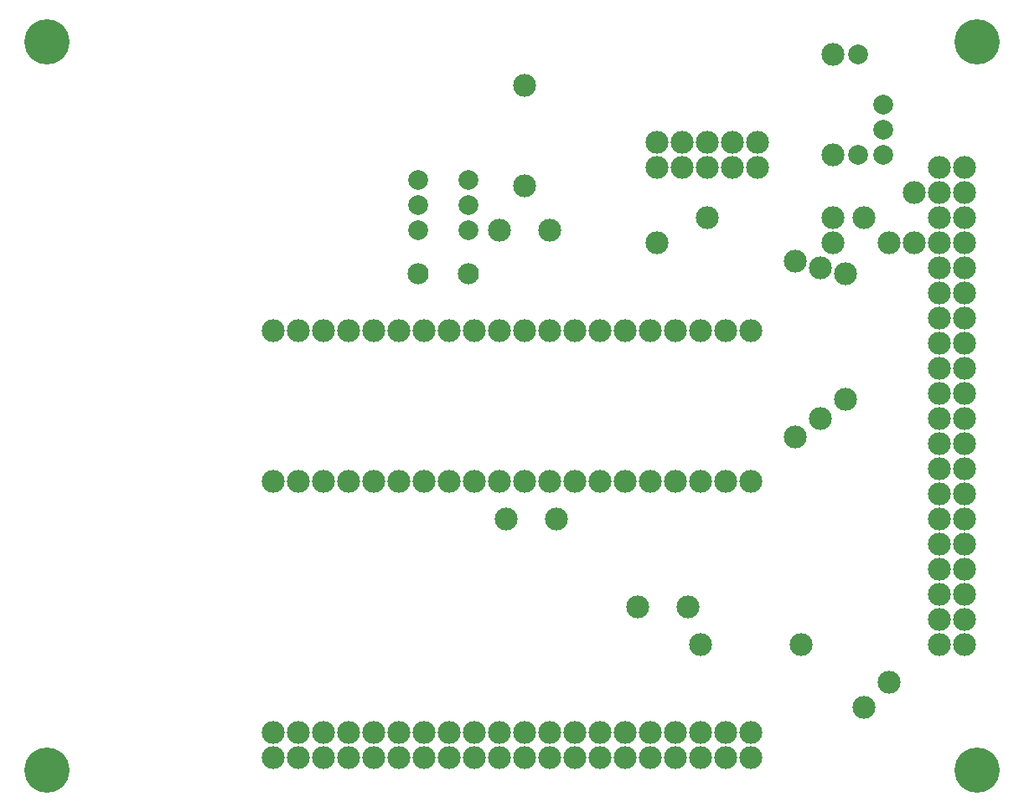
<source format=gbr>
G75*
G70*
%OFA0B0*%
%FSLAX24Y24*%
%IPPOS*%
%LPD*%
%AMOC8*
5,1,8,0,0,1.08239X$1,22.5*
%
%ADD10C,0.1800*%
%ADD11C,0.1200*%
%ADD12O,0.0384X0.0704*%
%ADD13OC8,0.0720*%
%ADD14C,0.0912*%
%ADD15OC8,0.0672*%
%ADD16OC8,0.0624*%
%ADD17C,0.0792*%
%ADD18C,0.0840*%
D10*
X001375Y004005D03*
X001375Y033005D03*
X038375Y033005D03*
X038375Y004005D03*
D11*
X001375Y004005D03*
X001375Y033005D03*
X038375Y033005D03*
X038375Y004005D03*
D12*
X029375Y015505D03*
X028375Y015505D03*
X027375Y015505D03*
X026375Y015505D03*
X025375Y015505D03*
X024375Y015505D03*
X023375Y015505D03*
X022375Y015505D03*
X021375Y015505D03*
X020375Y015505D03*
X019375Y015505D03*
X018375Y015505D03*
X017375Y015505D03*
X016375Y015505D03*
X015375Y015505D03*
X014375Y015505D03*
X013375Y015505D03*
X012375Y015505D03*
X011375Y015505D03*
X010375Y015505D03*
X010375Y021505D03*
X011375Y021505D03*
X012375Y021505D03*
X013375Y021505D03*
X014375Y021505D03*
X015375Y021505D03*
X016375Y021505D03*
X017375Y021505D03*
X018375Y021505D03*
X019375Y021505D03*
X020375Y021505D03*
X021375Y021505D03*
X022375Y021505D03*
X023375Y021505D03*
X024375Y021505D03*
X025375Y021505D03*
X026375Y021505D03*
X027375Y021505D03*
X028375Y021505D03*
X029375Y021505D03*
D13*
X036875Y022005D03*
X037875Y022005D03*
X037875Y023005D03*
X036875Y023005D03*
X036875Y024005D03*
X036875Y025005D03*
X037875Y025005D03*
X037875Y024005D03*
X037875Y026005D03*
X036875Y026005D03*
X036875Y027005D03*
X037875Y027005D03*
X037875Y028005D03*
X036875Y028005D03*
X036875Y021005D03*
X037875Y021005D03*
X037875Y020005D03*
X036875Y020005D03*
X036875Y019005D03*
X037875Y019005D03*
X037875Y018005D03*
X036875Y018005D03*
X036875Y017005D03*
X037875Y017005D03*
X037875Y016005D03*
X036875Y016005D03*
X036875Y015005D03*
X037875Y015005D03*
X037875Y014005D03*
X036875Y014005D03*
X036875Y013005D03*
X037875Y013005D03*
X037875Y012005D03*
X036875Y012005D03*
X036875Y011005D03*
X037875Y011005D03*
X037875Y010005D03*
X036875Y010005D03*
X036875Y009005D03*
X037875Y009005D03*
X029375Y005505D03*
X028375Y005505D03*
X027375Y005505D03*
X026375Y005505D03*
X025375Y005505D03*
X024375Y005505D03*
X023375Y005505D03*
X022375Y005505D03*
X021375Y005505D03*
X020375Y005505D03*
X019375Y005505D03*
X018375Y005505D03*
X017375Y005505D03*
X016375Y005505D03*
X015375Y005505D03*
X014375Y005505D03*
X013375Y005505D03*
X012375Y005505D03*
X011375Y005505D03*
X010375Y005505D03*
X010375Y004505D03*
X011375Y004505D03*
X012375Y004505D03*
X013375Y004505D03*
X014375Y004505D03*
X015375Y004505D03*
X016375Y004505D03*
X017375Y004505D03*
X018375Y004505D03*
X019375Y004505D03*
X020375Y004505D03*
X021375Y004505D03*
X022375Y004505D03*
X023375Y004505D03*
X024375Y004505D03*
X025375Y004505D03*
X026375Y004505D03*
X027375Y004505D03*
X028375Y004505D03*
X029375Y004505D03*
D14*
X029375Y004505D03*
X029375Y005505D03*
X028375Y005505D03*
X027375Y005505D03*
X026375Y005505D03*
X025375Y005505D03*
X024375Y005505D03*
X023375Y005505D03*
X022375Y005505D03*
X021375Y005505D03*
X020375Y005505D03*
X019375Y005505D03*
X018375Y005505D03*
X017375Y005505D03*
X016375Y005505D03*
X015375Y005505D03*
X014375Y005505D03*
X013375Y005505D03*
X012375Y005505D03*
X011375Y005505D03*
X010375Y005505D03*
X010375Y004505D03*
X011375Y004505D03*
X012375Y004505D03*
X013375Y004505D03*
X014375Y004505D03*
X015375Y004505D03*
X016375Y004505D03*
X017375Y004505D03*
X018375Y004505D03*
X019375Y004505D03*
X020375Y004505D03*
X021375Y004505D03*
X022375Y004505D03*
X023375Y004505D03*
X024375Y004505D03*
X025375Y004505D03*
X026375Y004505D03*
X027375Y004505D03*
X028375Y004505D03*
X027375Y009005D03*
X026875Y010505D03*
X024875Y010505D03*
X021625Y014005D03*
X021375Y015505D03*
X020375Y015505D03*
X019375Y015505D03*
X018375Y015505D03*
X017375Y015505D03*
X016375Y015505D03*
X015375Y015505D03*
X014375Y015505D03*
X013375Y015505D03*
X012375Y015505D03*
X011375Y015505D03*
X010375Y015505D03*
X010375Y021505D03*
X011375Y021505D03*
X012375Y021505D03*
X013375Y021505D03*
X014375Y021505D03*
X015375Y021505D03*
X016375Y021505D03*
X017375Y021505D03*
X018375Y021505D03*
X019375Y021505D03*
X020375Y021505D03*
X021375Y021505D03*
X022375Y021505D03*
X023375Y021505D03*
X024375Y021505D03*
X025375Y021505D03*
X026375Y021505D03*
X027375Y021505D03*
X028375Y021505D03*
X029375Y021505D03*
X031125Y024255D03*
X032125Y024005D03*
X032625Y025005D03*
X032625Y026005D03*
X033875Y026005D03*
X034875Y025005D03*
X035875Y025005D03*
X036875Y025005D03*
X036875Y025005D03*
X037875Y025005D03*
X037875Y025005D03*
X037875Y024005D03*
X037875Y024005D03*
X036875Y024005D03*
X036875Y024005D03*
X036875Y023005D03*
X036875Y023005D03*
X037875Y023005D03*
X037875Y023005D03*
X037875Y022005D03*
X037875Y022005D03*
X036875Y022005D03*
X036875Y022005D03*
X036875Y021005D03*
X036875Y021005D03*
X037875Y021005D03*
X037875Y021005D03*
X037875Y020005D03*
X037875Y020005D03*
X036875Y020005D03*
X036875Y020005D03*
X036875Y019005D03*
X036875Y019005D03*
X037875Y019005D03*
X037875Y019005D03*
X037875Y018005D03*
X037875Y018005D03*
X036875Y018005D03*
X036875Y018005D03*
X036875Y017005D03*
X036875Y017005D03*
X037875Y017005D03*
X037875Y017005D03*
X037875Y016005D03*
X037875Y016005D03*
X036875Y016005D03*
X036875Y016005D03*
X036875Y015005D03*
X036875Y015005D03*
X037875Y015005D03*
X037875Y015005D03*
X037875Y014005D03*
X037875Y014005D03*
X036875Y014005D03*
X036875Y014005D03*
X036875Y013005D03*
X036875Y013005D03*
X037875Y013005D03*
X037875Y013005D03*
X037875Y012005D03*
X037875Y012005D03*
X036875Y012005D03*
X036875Y012005D03*
X036875Y011005D03*
X036875Y011005D03*
X037875Y011005D03*
X037875Y011005D03*
X037875Y010005D03*
X037875Y010005D03*
X036875Y010005D03*
X036875Y010005D03*
X036875Y009005D03*
X036875Y009005D03*
X037875Y009005D03*
X037875Y009005D03*
X034875Y007505D03*
X033875Y006505D03*
X031375Y009005D03*
X029375Y015505D03*
X028375Y015505D03*
X027375Y015505D03*
X026375Y015505D03*
X025375Y015505D03*
X024375Y015505D03*
X023375Y015505D03*
X022375Y015505D03*
X019625Y014005D03*
X031125Y017255D03*
X032125Y018005D03*
X033125Y018755D03*
X033125Y023755D03*
X035875Y027005D03*
X036875Y027005D03*
X036875Y027005D03*
X037875Y027005D03*
X037875Y027005D03*
X037875Y028005D03*
X037875Y028005D03*
X036875Y028005D03*
X036875Y028005D03*
X036875Y026005D03*
X036875Y026005D03*
X037875Y026005D03*
X037875Y026005D03*
X032625Y028505D03*
X029625Y029005D03*
X028625Y029005D03*
X027625Y029005D03*
X026625Y029005D03*
X025625Y029005D03*
X025625Y028005D03*
X026625Y028005D03*
X027625Y028005D03*
X028625Y028005D03*
X029625Y028005D03*
X027625Y026005D03*
X025625Y025005D03*
X021375Y025505D03*
X019375Y025505D03*
X020375Y027255D03*
X020375Y031255D03*
X032625Y032505D03*
D15*
X029625Y029005D03*
X028625Y029005D03*
X027625Y029005D03*
X026625Y029005D03*
X025625Y029005D03*
X025625Y028005D03*
X026625Y028005D03*
X027625Y028005D03*
X028625Y028005D03*
X029625Y028005D03*
D16*
X021375Y025505D03*
X019375Y025505D03*
X019625Y014005D03*
X021625Y014005D03*
X024875Y010505D03*
X026875Y010505D03*
D17*
X018125Y025505D03*
X018125Y026505D03*
X018125Y027505D03*
X016125Y027505D03*
X016125Y026505D03*
X016125Y025505D03*
X033625Y028505D03*
X034625Y028505D03*
X034625Y029505D03*
X034625Y030505D03*
X033625Y032505D03*
D18*
X018125Y023755D03*
X016125Y023755D03*
M02*

</source>
